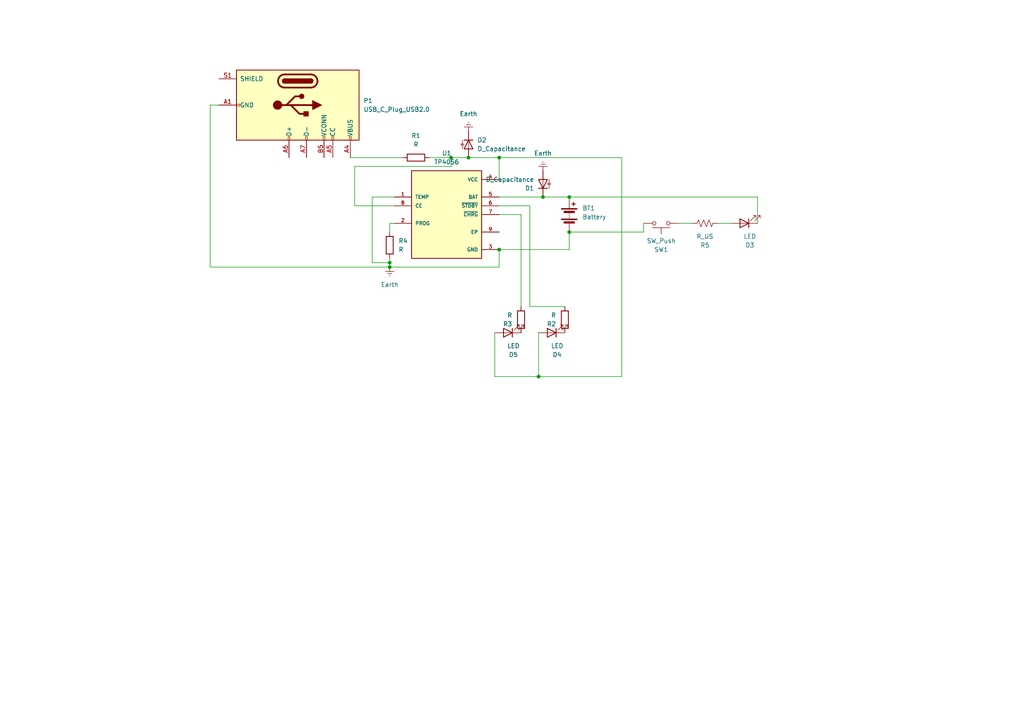
<source format=kicad_sch>
(kicad_sch (version 20231120) (generator "eeschema") (generator_version "8.0")
  (paper "A4")
  (lib_symbols
    (symbol "Connector:USB_C_Plug_USB2.0" (pin_names (offset 1.016))
      (property "Reference" "P" (at -10.16 19.05 0))
      (property "Value" "USB_C_Plug_USB2.0" (at 12.7 19.05 0))
      (symbol "USB_C_Plug_USB2.0_0_0"
        (rectangle (start -0.254 -17.78) (end 0.254 -16.764))
        (rectangle (start 10.16 -2.286) (end 9.144 -2.794))
        (rectangle (start 10.16 2.794) (end 9.144 2.286))
        (rectangle (start 10.16 7.874) (end 9.144 7.366))
        (rectangle (start 10.16 10.414) (end 9.144 9.906))
        (rectangle (start 10.16 15.494) (end 9.144 14.986))
      )
      (symbol "USB_C_Plug_USB2.0_0_1"
        (rectangle (start -10.16 17.78) (end 10.16 -17.78) (stroke (width 0.254)) (fill (type background)))
        (arc (start -8.89 -3.81) (mid -6.985 -5.7067) (end -5.08 -3.81) (stroke (width 0.508)))
        (arc (start -7.62 -3.81) (mid -6.985 -4.4423) (end -6.35 -3.81) (stroke (width 0.254)))
        (arc (start -7.62 -3.81) (mid -6.985 -4.4423) (end -6.35 -3.81) (stroke (width 0.254)) (fill (type outline)))
        (rectangle (start -7.62 -3.81) (end -6.35 3.81) (stroke (width 0.254)) (fill (type outline)))
        (arc (start -6.35 3.81) (mid -6.985 4.4423) (end -7.62 3.81) (stroke (width 0.254)))
        (arc (start -6.35 3.81) (mid -6.985 4.4423) (end -7.62 3.81) (stroke (width 0.254)) (fill (type outline)))
        (arc (start -5.08 3.81) (mid -6.985 5.7067) (end -8.89 3.81) (stroke (width 0.508)))
        (circle (center -2.54 1.143) (radius 0.635) (stroke (width 0.254)) (fill (type outline)))
        (circle (center 0 -5.842) (radius 1.27) (fill (type outline)))
        (polyline (pts (xy -8.89 -3.81) (xy -8.89 3.81)) (stroke (width 0.508)))
        (polyline (pts (xy -5.08 3.81) (xy -5.08 -3.81)) (stroke (width 0.508)))
        (polyline (pts (xy 0 -5.842) (xy 0 4.318)) (stroke (width 0.508)))
        (polyline (pts (xy 0 -3.302) (xy -2.54 -0.762) (xy -2.54 0.508)) (stroke (width 0.508)))
        (polyline (pts (xy 0 -2.032) (xy 2.54 0.508) (xy 2.54 1.778)) (stroke (width 0.508)))
        (polyline (pts (xy -1.27 4.318) (xy 0 6.858) (xy 1.27 4.318) (xy -1.27 4.318)) (stroke (width 0.254)) (fill (type outline)))
        (rectangle (start 1.905 1.778) (end 3.175 3.048) (stroke (width 0.254)) (fill (type outline)))
      )
      (symbol "USB_C_Plug_USB2.0_1_1"
        (pin passive line (at 0 -22.86 90) (length 5.08) (name "GND") (number "A1"))
        (pin passive line (at 0 -22.86 90) (length 5.08) hide (name "GND") (number "A12"))
        (pin passive line (at 15.24 15.24 180) (length 5.08) (name "VBUS") (number "A4"))
        (pin bidirectional line (at 15.24 10.16 180) (length 5.08) (name "CC") (number "A5"))
        (pin bidirectional line (at 15.24 -2.54 180) (length 5.08) (name "D+") (number "A6"))
        (pin bidirectional line (at 15.24 2.54 180) (length 5.08) (name "D-") (number "A7"))
        (pin passive line (at 15.24 15.24 180) (length 5.08) hide (name "VBUS") (number "A9"))
        (pin passive line (at 0 -22.86 90) (length 5.08) hide (name "GND") (number "B1"))
        (pin passive line (at 0 -22.86 90) (length 5.08) hide (name "GND") (number "B12"))
        (pin passive line (at 15.24 15.24 180) (length 5.08) hide (name "VBUS") (number "B4"))
        (pin bidirectional line (at 15.24 7.62 180) (length 5.08) (name "VCONN") (number "B5"))
        (pin passive line (at 15.24 15.24 180) (length 5.08) hide (name "VBUS") (number "B9"))
        (pin passive line (at -7.62 -22.86 90) (length 5.08) (name "SHIELD") (number "S1"))
      )
    )
    (symbol "Device:Battery" (pin_numbers hide) (pin_names (offset 0) hide)
      (property "Reference" "BT" (at 2.54 2.54 0))
      (property "Value" "Battery" (at 2.54 0 0))
      (symbol "Battery_0_1"
        (rectangle (start -2.286 -1.27) (end 2.286 -1.524) (fill (type outline)))
        (rectangle (start -2.286 1.778) (end 2.286 1.524) (fill (type outline)))
        (rectangle (start -1.524 -2.032) (end 1.524 -2.54) (fill (type outline)))
        (rectangle (start -1.524 1.016) (end 1.524 0.508) (fill (type outline)))
        (polyline (pts (xy 0 -1.016) (xy 0 -0.762)))
        (polyline (pts (xy 0 -0.508) (xy 0 -0.254)))
        (polyline (pts (xy 0 0) (xy 0 0.254)))
        (polyline (pts (xy 0 1.778) (xy 0 2.54)))
        (polyline (pts (xy 0.762 3.048) (xy 1.778 3.048)) (stroke (width 0.254)))
        (polyline (pts (xy 1.27 3.556) (xy 1.27 2.54)) (stroke (width 0.254)))
      )
      (symbol "Battery_1_1"
        (pin passive line (at 0 5.08 270) (length 2.54) (name "+") (number "1"))
        (pin passive line (at 0 -5.08 90) (length 2.54) (name "-") (number "2"))
      )
    )
    (symbol "Device:D_Capacitance" (pin_numbers hide) (pin_names (offset 1.016) hide)
      (property "Reference" "D" (at 0 2.54 0))
      (property "Value" "D_Capacitance" (at 0 -3.302 0))
      (symbol "D_Capacitance_0_1"
        (polyline (pts (xy -1.27 -1.778) (xy -0.1524 -1.778)))
        (polyline (pts (xy -1.27 0) (xy 1.27 0)))
        (polyline (pts (xy -1.27 1.27) (xy -1.27 -1.27)) (stroke (width 0.254)))
        (polyline (pts (xy -0.1524 -1.27) (xy -0.1524 -2.286)))
        (polyline (pts (xy 0.1524 -1.778) (xy 1.27 -1.778)))
        (polyline (pts (xy 0.1524 -1.27) (xy 0.1524 -2.286)))
        (polyline (pts (xy 1.27 1.27) (xy 1.27 -1.27) (xy -1.27 0) (xy 1.27 1.27)) (stroke (width 0.254)))
      )
      (symbol "D_Capacitance_1_1"
        (pin passive line (at -3.81 0 0) (length 2.54) (name "K") (number "1"))
        (pin passive line (at 3.81 0 180) (length 2.54) (name "A") (number "2"))
      )
    )
    (symbol "Device:LED" (pin_numbers hide) (pin_names (offset 1.016) hide)
      (property "Reference" "D" (at 0 2.54 0))
      (property "Value" "LED" (at 0 -2.54 0))
      (symbol "LED_0_1"
        (polyline (pts (xy -1.27 -1.27) (xy -1.27 1.27)) (stroke (width 0.254)))
        (polyline (pts (xy -1.27 0) (xy 1.27 0)))
        (polyline (pts (xy 1.27 -1.27) (xy 1.27 1.27) (xy -1.27 0) (xy 1.27 -1.27)) (stroke (width 0.254)))
        (polyline (pts (xy -3.048 -0.762) (xy -4.572 -2.286) (xy -3.81 -2.286) (xy -4.572 -2.286) (xy -4.572 -1.524)))
        (polyline (pts (xy -1.778 -0.762) (xy -3.302 -2.286) (xy -2.54 -2.286) (xy -3.302 -2.286) (xy -3.302 -1.524)))
      )
      (symbol "LED_1_1"
        (pin passive line (at -3.81 0 0) (length 2.54) (name "K") (number "1"))
        (pin passive line (at 3.81 0 180) (length 2.54) (name "A") (number "2"))
      )
    )
    (symbol "Device:R" (pin_numbers hide) (pin_names (offset 0))
      (property "Reference" "R" (at 2.032 0 90))
      (property "Value" "R" (at 0 0 90))
      (symbol "R_0_1"
        (rectangle (start -1.016 -2.54) (end 1.016 2.54) (stroke (width 0.254)))
      )
      (symbol "R_1_1"
        (pin passive line (at 0 3.81 270) (length 1.27) (name "~") (number "1"))
        (pin passive line (at 0 -3.81 90) (length 1.27) (name "~") (number "2"))
      )
    )
    (symbol "Device:R_US" (pin_numbers hide) (pin_names (offset 0))
      (property "Reference" "R" (at 2.54 0 90))
      (property "Value" "R_US" (at -2.54 0 90))
      (symbol "R_US_0_1"
        (polyline (pts (xy 0 -2.286) (xy 0 -2.54)))
        (polyline (pts (xy 0 2.286) (xy 0 2.54)))
        (polyline (pts (xy 0 -0.762) (xy 1.016 -1.143) (xy 0 -1.524) (xy -1.016 -1.905) (xy 0 -2.286)))
        (polyline (pts (xy 0 0.762) (xy 1.016 0.381) (xy 0 0) (xy -1.016 -0.381) (xy 0 -0.762)))
        (polyline (pts (xy 0 2.286) (xy 1.016 1.905) (xy 0 1.524) (xy -1.016 1.143) (xy 0 0.762)))
      )
      (symbol "R_US_1_1"
        (pin passive line (at 0 3.81 270) (length 1.27) (name "~") (number "1"))
        (pin passive line (at 0 -3.81 90) (length 1.27) (name "~") (number "2"))
      )
    )
    (symbol "Personal:TP4056" (pin_names (offset 1.016))
      (property "Reference" "U" (at -10.16 13.208 0))
      (property "Value" "TP4056" (at -10.16 -15.24 0))
      (symbol "TP4056_0_0"
        (rectangle (start -10.16 12.7) (end 10.16 -12.7) (stroke (width 0.254)) (fill (type background)))
        (pin input line (at -15.24 5.08 0) (length 5.08) (name "TEMP") (number "1"))
        (pin bidirectional line (at -15.24 -2.54 0) (length 5.08) (name "PROG") (number "2"))
        (pin power_in line (at 15.24 -10.16 180) (length 5.08) (name "GND") (number "3"))
        (pin power_in line (at 15.24 10.16 180) (length 5.08) (name "VCC") (number "4"))
        (pin output line (at 15.24 5.08 180) (length 5.08) (name "BAT") (number "5"))
        (pin output line (at 15.24 2.54 180) (length 5.08) (name "~{STDBY}") (number "6"))
        (pin output line (at 15.24 0 180) (length 5.08) (name "~{CHRG}") (number "7"))
        (pin input line (at -15.24 2.54 0) (length 5.08) (name "CE") (number "8"))
        (pin passive line (at 15.24 -5.08 180) (length 5.08) (name "EP") (number "9"))
      )
    )
    (symbol "Switch:SW_Push" (pin_numbers hide) (pin_names (offset 1.016) hide)
      (property "Reference" "SW" (at 1.27 2.54 0))
      (property "Value" "SW_Push" (at 0 -1.524 0))
      (symbol "SW_Push_0_1"
        (circle (center -2.032 0) (radius 0.508))
        (polyline (pts (xy 0 1.27) (xy 0 3.048)))
        (polyline (pts (xy 2.54 1.27) (xy -2.54 1.27)))
        (circle (center 2.032 0) (radius 0.508))
        (pin passive line (at -5.08 0 0) (length 2.54) (name "1") (number "1"))
        (pin passive line (at 5.08 0 180) (length 2.54) (name "2") (number "2"))
      )
    )
    (symbol "power:Earth" (power) (pin_numbers hide) (pin_names (offset 0) hide)
      (property "Value" "Earth" (at 0 -3.81 0))
      (symbol "Earth_0_1"
        (polyline (pts (xy -0.635 -1.905) (xy 0.635 -1.905)))
        (polyline (pts (xy -0.127 -2.54) (xy 0.127 -2.54)))
        (polyline (pts (xy 0 -1.27) (xy 0 0)))
        (polyline (pts (xy 1.27 -1.27) (xy -1.27 -1.27)))
      )
      (symbol "Earth_1_1"
        (pin power_in line (at 0 0 270) (length 0) (name "~") (number "1"))
      )
    )
  )
  (junction (at 135.89 45.72))
  (junction (at 144.78 72.39))
  (junction (at 165.1 67.31))
  (junction (at 144.78 45.72))
  (junction (at 130.81 45.72))
  (junction (at 113.03 77.47))
  (junction (at 113.03 76.2))
  (junction (at 156.21 109.22))
  (junction (at 165.1 57.15))
  (junction (at 157.48 57.15))
  (wire (pts (xy 153.67 59.69) (xy 153.67 88.9)))
  (wire (pts (xy 102.87 48.26) (xy 130.81 48.26)))
  (wire (pts (xy 113.03 76.2) (xy 113.03 77.47)))
  (wire (pts (xy 153.67 88.9) (xy 163.83 88.9)))
  (wire (pts (xy 157.48 57.15) (xy 165.1 57.15)))
  (wire (pts (xy 135.89 45.72) (xy 144.78 45.72)))
  (wire (pts (xy 151.13 88.9) (xy 151.13 62.23)))
  (wire (pts (xy 130.81 45.72) (xy 135.89 45.72)))
  (wire (pts (xy 186.69 67.31) (xy 186.69 64.77)))
  (wire (pts (xy 156.21 96.52) (xy 156.21 109.22)))
  (wire (pts (xy 165.1 67.31) (xy 186.69 67.31)))
  (wire (pts (xy 60.96 77.47) (xy 60.96 30.48)))
  (wire (pts (xy 156.21 109.22) (xy 180.34 109.22)))
  (wire (pts (xy 165.1 57.15) (xy 219.71 57.15)))
  (wire (pts (xy 124.46 45.72) (xy 130.81 45.72)))
  (wire (pts (xy 208.28 64.77) (xy 212.09 64.77)))
  (wire (pts (xy 144.78 57.15) (xy 157.48 57.15)))
  (wire (pts (xy 130.81 48.26) (xy 130.81 45.72)))
  (wire (pts (xy 144.78 72.39) (xy 165.1 72.39)))
  (wire (pts (xy 102.87 59.69) (xy 102.87 48.26)))
  (wire (pts (xy 219.71 57.15) (xy 219.71 64.77)))
  (wire (pts (xy 113.03 74.93) (xy 113.03 76.2)))
  (wire (pts (xy 180.34 45.72) (xy 180.34 109.22)))
  (wire (pts (xy 114.3 57.15) (xy 107.95 57.15)))
  (wire (pts (xy 196.85 64.77) (xy 200.66 64.77)))
  (wire (pts (xy 144.78 62.23) (xy 151.13 62.23)))
  (wire (pts (xy 165.1 67.31) (xy 165.1 72.39)))
  (wire (pts (xy 60.96 30.48) (xy 63.5 30.48)))
  (wire (pts (xy 113.03 64.77) (xy 114.3 64.77)))
  (wire (pts (xy 143.51 109.22) (xy 143.51 96.52)))
  (wire (pts (xy 101.6 45.72) (xy 116.84 45.72)))
  (wire (pts (xy 107.95 76.2) (xy 113.03 76.2)))
  (wire (pts (xy 144.78 59.69) (xy 153.67 59.69)))
  (wire (pts (xy 144.78 45.72) (xy 144.78 52.07)))
  (wire (pts (xy 107.95 57.15) (xy 107.95 76.2)))
  (wire (pts (xy 114.3 59.69) (xy 102.87 59.69)))
  (wire (pts (xy 144.78 45.72) (xy 180.34 45.72)))
  (wire (pts (xy 143.51 109.22) (xy 156.21 109.22)))
  (wire (pts (xy 113.03 64.77) (xy 113.03 67.31)))
  (wire (pts (xy 113.03 77.47) (xy 144.78 77.47)))
  (wire (pts (xy 144.78 72.39) (xy 144.78 77.47)))
  (wire (pts (xy 60.96 77.47) (xy 113.03 77.47)))
  (symbol (lib_id "Device:D_Capacitance") (at 135.89 41.91 270) (unit 1)
    (property "Reference" "D2" (at 138.43 40.6399 90) (effects (justify left)))
    (property "Value" "D_Capacitance" (at 138.43 43.1799 90) (effects (justify left)))
    (property "Footprint" "Capacitor_SMD:C_1206_3216Metric" (effects (hide yes)))
    (property "Description" "Variable capacitance diode" (effects (hide yes)))
  )
  (symbol (lib_id "Device:D_Capacitance") (at 157.48 53.34 90) (unit 1)
    (property "Reference" "D1" (at 154.94 54.6101 90) (effects (justify left)))
    (property "Value" "D_Capacitance" (at 154.94 52.0701 90) (effects (justify left)))
    (property "Footprint" "Capacitor_SMD:C_1206_3216Metric" (effects (hide yes)))
    (property "Description" "Variable capacitance diode" (effects (hide yes)))
  )
  (symbol (lib_id "Connector:USB_C_Plug_USB2.0") (at 86.36 30.48 270) (unit 1)
    (property "Reference" "P1" (at 105.41 29.2099 90) (effects (justify left)))
    (property "Value" "USB_C_Plug_USB2.0" (at 105.41 31.7499 90) (effects (justify left)))
    (property "Footprint" "Connector_USB:USB_C_Receptacle_G-Switch_GT-USB-7010ASV" (effects (hide yes)))
    (property "Datasheet" "https://www.usb.org/sites/default/files/documents/usb_type-c.zip" (effects (hide yes)))
    (property "Description" "USB 2.0-only Type-C Plug connector" (effects (hide yes)))
  )
  (symbol (lib_id "Device:LED") (at 147.32 96.52 180) (unit 1)
    (property "Reference" "D5" (at 148.9075 102.87 0))
    (property "Value" "LED" (at 148.9075 100.33 0))
    (property "Footprint" "LED_SMD:LED_1206_3216Metric" (effects (hide yes)))
    (property "Description" "Light emitting diode" (effects (hide yes)))
  )
  (symbol (lib_id "Personal:TP4056") (at 129.54 62.23 0) (unit 1)
    (property "Reference" "U1" (at 129.54 44.45 0))
    (property "Value" "TP4056" (at 129.54 46.99 0))
    (property "Footprint" "Personal:SOP127P600X175-9N" (effects (hide yes)))
    (property "MF" "NanJing Top Power ASIC Corp." (effects (hide yes)))
    (property "MAXIMUM_PACKAGE_HEIGHT" "1.75mm" (effects (hide yes)))
    (property "Package" "Package" (effects (hide yes)))
    (property "Price" "None" (effects (hide yes)))
    (property "Check_prices" "https://www.snapeda.com/parts/TP4056/NanJing+Top+Power+ASIC+Corp./view-part/?ref=eda" (effects (hide yes)))
    (property "STANDARD" "IPC 7351B" (effects (hide yes)))
    (property "SnapEDA_Link" "https://www.snapeda.com/parts/TP4056/NanJing+Top+Power+ASIC+Corp./view-part/?ref=snap" (effects (hide yes)))
    (property "MP" "TP4056" (effects (hide yes)))
    (property "Description_1" "\nComplete single cell Li-Ion battery with a constant current / constant voltage linear charger\n" (effects (hide yes)))
    (property "Availability" "Not in stock" (effects (hide yes)))
    (property "MANUFACTURER" "NanJing Top Power ASIC Corp." (effects (hide yes)))
  )
  (symbol (lib_id "power:Earth") (at 135.89 38.1 180) (unit 1)
    (property "Reference" "#PWR02" (effects (hide yes)))
    (property "Value" "Earth" (at 135.89 33.02 0))
    (property "Description" "Power symbol creates a global label with name \"Earth\"" (effects (hide yes)))
  )
  (symbol (lib_id "power:Earth") (at 157.48 49.53 180) (unit 1)
    (property "Reference" "#PWR04" (effects (hide yes)))
    (property "Value" "Earth" (at 157.48 44.45 0))
    (property "Description" "Power symbol creates a global label with name \"Earth\"" (effects (hide yes)))
  )
  (symbol (lib_id "Switch:SW_Push") (at 191.77 64.77 180) (unit 1)
    (property "Reference" "SW1" (at 191.77 72.39 0))
    (property "Value" "SW_Push" (at 191.77 69.85 0))
    (property "Footprint" "Button_Switch_SMD:SW_SPST_B3U-1000P" (effects (hide yes)))
    (property "Description" "Push button switch, generic, two pins" (effects (hide yes)))
  )
  (symbol (lib_id "Device:R") (at 151.13 92.71 180) (unit 1)
    (property "Reference" "R3" (at 148.59 93.9801 0) (effects (justify left)))
    (property "Value" "R" (at 148.59 91.4401 0) (effects (justify left)))
    (property "Footprint" "Resistor_SMD:R_1206_3216Metric" (effects (hide yes)))
    (property "Description" "Resistor" (effects (hide yes)))
  )
  (symbol (lib_id "Device:R") (at 163.83 92.71 180) (unit 1)
    (property "Reference" "R2" (at 161.29 93.9801 0) (effects (justify left)))
    (property "Value" "R" (at 161.29 91.4401 0) (effects (justify left)))
    (property "Footprint" "Resistor_SMD:R_1206_3216Metric" (effects (hide yes)))
    (property "Description" "Resistor" (effects (hide yes)))
  )
  (symbol (lib_id "Device:LED") (at 160.02 96.52 180) (unit 1)
    (property "Reference" "D4" (at 161.6075 102.87 0))
    (property "Value" "LED" (at 161.6075 100.33 0))
    (property "Footprint" "LED_SMD:LED_1206_3216Metric" (effects (hide yes)))
    (property "Description" "Light emitting diode" (effects (hide yes)))
  )
  (symbol (lib_id "Device:R") (at 113.03 71.12 0) (unit 1)
    (property "Reference" "R4" (at 115.57 69.8499 0) (effects (justify left)))
    (property "Value" "R" (at 115.57 72.3899 0) (effects (justify left)))
    (property "Footprint" "Resistor_SMD:R_1206_3216Metric" (effects (hide yes)))
    (property "Description" "Resistor" (effects (hide yes)))
  )
  (symbol (lib_id "Device:R_US") (at 204.47 64.77 270) (unit 1)
    (property "Reference" "R5" (at 204.47 71.12 90))
    (property "Value" "R_US" (at 204.47 68.58 90))
    (property "Footprint" "Resistor_THT:R_Axial_DIN0207_L6.3mm_D2.5mm_P7.62mm_Horizontal" (effects (hide yes)))
    (property "Description" "Resistor, US symbol" (effects (hide yes)))
  )
  (symbol (lib_id "Device:LED") (at 215.9 64.77 180) (unit 1)
    (property "Reference" "D3" (at 217.4875 71.12 0))
    (property "Value" "LED" (at 217.4875 68.58 0))
    (property "Footprint" "LED_THT:LED_D5.0mm_Horizontal_O1.27mm_Z3.0mm" (effects (hide yes)))
    (property "Description" "Light emitting diode" (effects (hide yes)))
  )
  (symbol (lib_id "power:Earth") (at 113.03 77.47 0) (unit 1)
    (property "Reference" "#PWR01" (effects (hide yes)))
    (property "Value" "Earth" (at 113.03 82.55 0))
    (property "Description" "Power symbol creates a global label with name \"Earth\"" (effects (hide yes)))
  )
  (symbol (lib_id "Device:R") (at 120.65 45.72 90) (unit 1)
    (property "Reference" "R1" (at 120.65 39.37 90))
    (property "Value" "R" (at 120.65 41.91 90))
    (property "Footprint" "Resistor_SMD:R_1206_3216Metric" (effects (hide yes)))
    (property "Description" "Resistor" (effects (hide yes)))
  )
  (symbol (lib_id "Device:Battery") (at 165.1 62.23 0) (unit 1)
    (property "Reference" "BT1" (at 168.91 60.3884 0) (effects (justify left)))
    (property "Value" "Battery" (at 168.91 62.9284 0) (effects (justify left)))
    (property "Footprint" "Connector_PinHeader_2.54mm:PinHeader_1x02_P2.54mm_Vertical" (effects (hide yes)))
    (property "Description" "Multiple-cell battery" (effects (hide yes)))
  )
)
</source>
